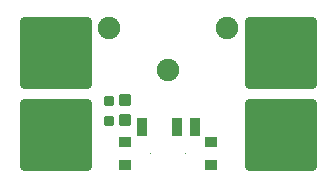
<source format=gts>
G04*
G04 #@! TF.GenerationSoftware,Altium Limited,Altium Designer,21.9.2 (33)*
G04*
G04 Layer_Color=8388736*
%FSLAX25Y25*%
%MOIN*%
G70*
G04*
G04 #@! TF.SameCoordinates,E2E37F34-45BF-43D2-A38E-C68E023C1027*
G04*
G04*
G04 #@! TF.FilePolarity,Negative*
G04*
G01*
G75*
G04:AMPARAMS|DCode=18|XSize=31.5mil|YSize=62.99mil|CornerRadius=3.35mil|HoleSize=0mil|Usage=FLASHONLY|Rotation=0.000|XOffset=0mil|YOffset=0mil|HoleType=Round|Shape=RoundedRectangle|*
%AMROUNDEDRECTD18*
21,1,0.03150,0.05630,0,0,0.0*
21,1,0.02480,0.06299,0,0,0.0*
1,1,0.00669,0.01240,-0.02815*
1,1,0.00669,-0.01240,-0.02815*
1,1,0.00669,-0.01240,0.02815*
1,1,0.00669,0.01240,0.02815*
%
%ADD18ROUNDEDRECTD18*%
G04:AMPARAMS|DCode=19|XSize=43.31mil|YSize=35.43mil|CornerRadius=3.54mil|HoleSize=0mil|Usage=FLASHONLY|Rotation=0.000|XOffset=0mil|YOffset=0mil|HoleType=Round|Shape=RoundedRectangle|*
%AMROUNDEDRECTD19*
21,1,0.04331,0.02835,0,0,0.0*
21,1,0.03622,0.03543,0,0,0.0*
1,1,0.00709,0.01811,-0.01417*
1,1,0.00709,-0.01811,-0.01417*
1,1,0.00709,-0.01811,0.01417*
1,1,0.00709,0.01811,0.01417*
%
%ADD19ROUNDEDRECTD19*%
G04:AMPARAMS|DCode=20|XSize=35.43mil|YSize=35.43mil|CornerRadius=5.91mil|HoleSize=0mil|Usage=FLASHONLY|Rotation=270.000|XOffset=0mil|YOffset=0mil|HoleType=Round|Shape=RoundedRectangle|*
%AMROUNDEDRECTD20*
21,1,0.03543,0.02362,0,0,270.0*
21,1,0.02362,0.03543,0,0,270.0*
1,1,0.01181,-0.01181,-0.01181*
1,1,0.01181,-0.01181,0.01181*
1,1,0.01181,0.01181,0.01181*
1,1,0.01181,0.01181,-0.01181*
%
%ADD20ROUNDEDRECTD20*%
G04:AMPARAMS|DCode=21|XSize=43.31mil|YSize=39.37mil|CornerRadius=6.4mil|HoleSize=0mil|Usage=FLASHONLY|Rotation=180.000|XOffset=0mil|YOffset=0mil|HoleType=Round|Shape=RoundedRectangle|*
%AMROUNDEDRECTD21*
21,1,0.04331,0.02657,0,0,180.0*
21,1,0.03051,0.03937,0,0,180.0*
1,1,0.01280,-0.01526,0.01329*
1,1,0.01280,0.01526,0.01329*
1,1,0.01280,0.01526,-0.01329*
1,1,0.01280,-0.01526,-0.01329*
%
%ADD21ROUNDEDRECTD21*%
G04:AMPARAMS|DCode=22|XSize=3.94mil|YSize=3.94mil|CornerRadius=0mil|HoleSize=0mil|Usage=FLASHONLY|Rotation=0.000|XOffset=0mil|YOffset=0mil|HoleType=Round|Shape=RoundedRectangle|*
%AMROUNDEDRECTD22*
21,1,0.00394,0.00394,0,0,0.0*
21,1,0.00394,0.00394,0,0,0.0*
1,1,0.00000,0.00197,-0.00197*
1,1,0.00000,-0.00197,-0.00197*
1,1,0.00000,-0.00197,0.00197*
1,1,0.00000,0.00197,0.00197*
%
%ADD22ROUNDEDRECTD22*%
G04:AMPARAMS|DCode=23|XSize=240.16mil|YSize=240.16mil|CornerRadius=13.78mil|HoleSize=0mil|Usage=FLASHONLY|Rotation=180.000|XOffset=0mil|YOffset=0mil|HoleType=Round|Shape=RoundedRectangle|*
%AMROUNDEDRECTD23*
21,1,0.24016,0.21260,0,0,180.0*
21,1,0.21260,0.24016,0,0,180.0*
1,1,0.02756,-0.10630,0.10630*
1,1,0.02756,0.10630,0.10630*
1,1,0.02756,0.10630,-0.10630*
1,1,0.02756,-0.10630,-0.10630*
%
%ADD23ROUNDEDRECTD23*%
%ADD24C,0.07480*%
D18*
X58858Y15551D02*
D03*
X52953D02*
D03*
X41142D02*
D03*
D19*
X64370Y10492D02*
D03*
Y2894D02*
D03*
X35630Y10492D02*
D03*
Y2894D02*
D03*
D20*
X30118Y24213D02*
D03*
Y17520D02*
D03*
D21*
X35630Y24311D02*
D03*
Y17618D02*
D03*
D22*
X55905Y6693D02*
D03*
X44094D02*
D03*
D23*
X12598Y40157D02*
D03*
X87402D02*
D03*
X12598Y12598D02*
D03*
X87402Y12598D02*
D03*
D24*
X50000Y34252D02*
D03*
X69685Y48425D02*
D03*
X30315D02*
D03*
M02*

</source>
